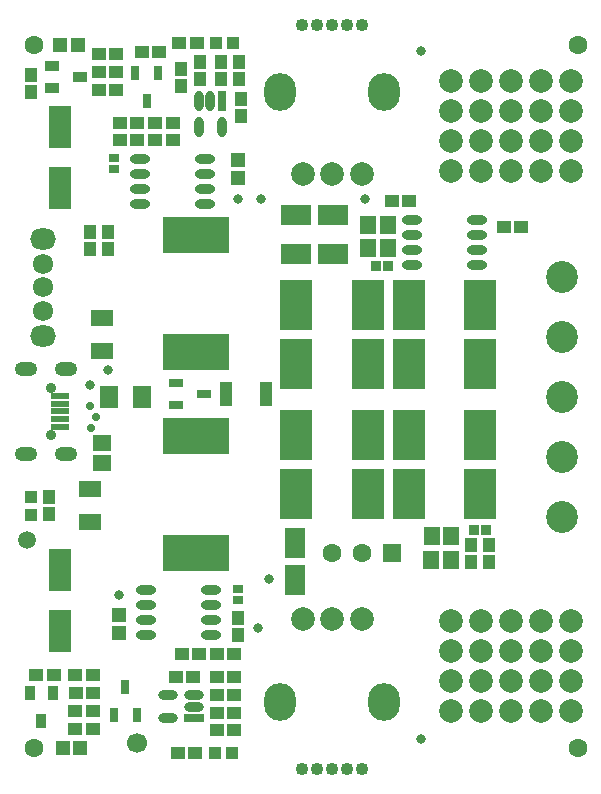
<source format=gts>
G04*
G04 #@! TF.GenerationSoftware,Altium Limited,Altium Designer,21.9.2 (33)*
G04*
G04 Layer_Color=8388736*
%FSLAX25Y25*%
%MOIN*%
G70*
G04*
G04 #@! TF.SameCoordinates,35660DA9-C4E3-4063-8D90-980638CF2194*
G04*
G04*
G04 #@! TF.FilePolarity,Negative*
G04*
G01*
G75*
%ADD16R,0.06299X0.02362*%
%ADD17R,0.05906X0.07284*%
%ADD18R,0.04528X0.04331*%
%ADD19R,0.04331X0.04528*%
G04:AMPARAMS|DCode=20|XSize=67.14mil|YSize=30.4mil|CornerRadius=15.2mil|HoleSize=0mil|Usage=FLASHONLY|Rotation=180.000|XOffset=0mil|YOffset=0mil|HoleType=Round|Shape=RoundedRectangle|*
%AMROUNDEDRECTD20*
21,1,0.06714,0.00000,0,0,180.0*
21,1,0.03674,0.03040,0,0,180.0*
1,1,0.03040,-0.01837,0.00000*
1,1,0.03040,0.01837,0.00000*
1,1,0.03040,0.01837,0.00000*
1,1,0.03040,-0.01837,0.00000*
%
%ADD20ROUNDEDRECTD20*%
%ADD21R,0.06714X0.03040*%
G04:AMPARAMS|DCode=22|XSize=67.14mil|YSize=30.4mil|CornerRadius=15.2mil|HoleSize=0mil|Usage=FLASHONLY|Rotation=270.000|XOffset=0mil|YOffset=0mil|HoleType=Round|Shape=RoundedRectangle|*
%AMROUNDEDRECTD22*
21,1,0.06714,0.00000,0,0,270.0*
21,1,0.03674,0.03040,0,0,270.0*
1,1,0.03040,0.00000,-0.01837*
1,1,0.03040,0.00000,0.01837*
1,1,0.03040,0.00000,0.01837*
1,1,0.03040,0.00000,-0.01837*
%
%ADD22ROUNDEDRECTD22*%
%ADD23R,0.03040X0.06714*%
%ADD24R,0.03937X0.03937*%
%ADD25R,0.03937X0.03937*%
%ADD26R,0.22047X0.12205*%
%ADD27O,0.06772X0.03150*%
%ADD28R,0.07284X0.14370*%
%ADD29R,0.03347X0.04724*%
%ADD30R,0.10827X0.16535*%
%ADD31R,0.04724X0.04528*%
%ADD32R,0.04724X0.03347*%
%ADD33R,0.03150X0.04528*%
%ADD34R,0.04016X0.07992*%
%ADD35C,0.03150*%
%ADD36R,0.03228X0.03228*%
%ADD37R,0.05709X0.06299*%
%ADD38R,0.05512X0.06299*%
%ADD39R,0.07480X0.05315*%
%ADD40R,0.04528X0.03150*%
%ADD41R,0.04528X0.04724*%
%ADD42R,0.03228X0.03032*%
%ADD43R,0.06299X0.05512*%
%ADD44R,0.10236X0.06890*%
%ADD45R,0.06890X0.10236*%
%ADD46C,0.02756*%
G04:AMPARAMS|DCode=47|XSize=62.99mil|YSize=62.99mil|CornerRadius=5.87mil|HoleSize=0mil|Usage=FLASHONLY|Rotation=270.000|XOffset=0mil|YOffset=0mil|HoleType=Round|Shape=RoundedRectangle|*
%AMROUNDEDRECTD47*
21,1,0.06299,0.05126,0,0,270.0*
21,1,0.05126,0.06299,0,0,270.0*
1,1,0.01173,-0.02563,-0.02563*
1,1,0.01173,-0.02563,0.02563*
1,1,0.01173,0.02563,0.02563*
1,1,0.01173,0.02563,-0.02563*
%
%ADD47ROUNDEDRECTD47*%
%ADD48C,0.06299*%
%ADD49O,0.08661X0.07087*%
%ADD50C,0.06787*%
%ADD51C,0.03543*%
%ADD52O,0.07480X0.04724*%
%ADD53C,0.04265*%
%ADD54C,0.07874*%
%ADD55O,0.10630X0.12598*%
%ADD56C,0.07874*%
%ADD57C,0.06284*%
%ADD58C,0.05890*%
%ADD59C,0.10630*%
%ADD60C,0.06693*%
D16*
X51181Y144882D02*
D03*
Y142323D02*
D03*
Y139764D02*
D03*
Y137205D02*
D03*
Y134646D02*
D03*
D17*
X67421Y144685D02*
D03*
X78248D02*
D03*
D18*
X56201Y51968D02*
D03*
X61910D02*
D03*
X43209D02*
D03*
X48917D02*
D03*
X64075Y247047D02*
D03*
X69784D02*
D03*
X109153Y33465D02*
D03*
X103445D02*
D03*
X95374Y51181D02*
D03*
X89665D02*
D03*
X78248Y259449D02*
D03*
X83957D02*
D03*
X109153Y39370D02*
D03*
X103445D02*
D03*
Y45276D02*
D03*
X109153D02*
D03*
X103445Y51181D02*
D03*
X109153D02*
D03*
X91634Y59055D02*
D03*
X97342D02*
D03*
X56299Y45866D02*
D03*
X62008D02*
D03*
X103445Y59055D02*
D03*
X109153D02*
D03*
X90453Y25787D02*
D03*
X96161D02*
D03*
X61910Y33858D02*
D03*
X56201D02*
D03*
X76772Y236024D02*
D03*
X71063D02*
D03*
X76772Y230118D02*
D03*
X71063D02*
D03*
X88583Y236024D02*
D03*
X82874D02*
D03*
X199114Y201181D02*
D03*
X204823D02*
D03*
X69784Y252953D02*
D03*
X64075D02*
D03*
X96555Y262598D02*
D03*
X90847D02*
D03*
X88583Y230118D02*
D03*
X82874D02*
D03*
X167323Y209921D02*
D03*
X161614D02*
D03*
X56201Y39764D02*
D03*
X61910D02*
D03*
X69784Y258858D02*
D03*
X64075D02*
D03*
D19*
X41535Y246358D02*
D03*
Y252067D02*
D03*
X193898Y95374D02*
D03*
Y89665D02*
D03*
X91339Y254035D02*
D03*
Y248327D02*
D03*
X110630Y256398D02*
D03*
Y250689D02*
D03*
X104724D02*
D03*
Y256398D02*
D03*
X111221Y243799D02*
D03*
Y238090D02*
D03*
X97638Y250689D02*
D03*
Y256398D02*
D03*
X188189Y89665D02*
D03*
Y95374D02*
D03*
X66929Y193996D02*
D03*
Y199705D02*
D03*
X110236Y65256D02*
D03*
Y70965D02*
D03*
X61024Y199705D02*
D03*
Y193996D02*
D03*
X47244Y111122D02*
D03*
Y105413D02*
D03*
D20*
X87203Y37598D02*
D03*
Y45079D02*
D03*
X95868D02*
D03*
Y41339D02*
D03*
D21*
Y37598D02*
D03*
D22*
X104921Y234644D02*
D03*
X97441D02*
D03*
Y243309D02*
D03*
X101181D02*
D03*
D23*
X104921D02*
D03*
D24*
X41339Y111221D02*
D03*
Y105315D02*
D03*
D25*
X108858Y262598D02*
D03*
X102953D02*
D03*
X108465Y25787D02*
D03*
X102559D02*
D03*
D26*
X96457Y159646D02*
D03*
Y198622D02*
D03*
Y92716D02*
D03*
Y131693D02*
D03*
D27*
X77756Y224035D02*
D03*
Y219035D02*
D03*
Y214035D02*
D03*
Y209035D02*
D03*
X99410Y224035D02*
D03*
Y219035D02*
D03*
Y214035D02*
D03*
Y209035D02*
D03*
X101378Y65335D02*
D03*
Y70335D02*
D03*
Y75335D02*
D03*
Y80335D02*
D03*
X79724Y65335D02*
D03*
Y70335D02*
D03*
Y75335D02*
D03*
Y80335D02*
D03*
X168307Y203563D02*
D03*
Y198563D02*
D03*
Y193563D02*
D03*
Y188563D02*
D03*
X189961Y203563D02*
D03*
Y198563D02*
D03*
Y193563D02*
D03*
Y188563D02*
D03*
D28*
X51181Y87008D02*
D03*
Y66535D02*
D03*
Y214173D02*
D03*
Y234646D02*
D03*
D29*
X41142Y46063D02*
D03*
X44882Y36614D02*
D03*
X48622Y46063D02*
D03*
D30*
X191043Y112205D02*
D03*
X167224D02*
D03*
X129823Y155512D02*
D03*
X153642D02*
D03*
Y175197D02*
D03*
X129823D02*
D03*
X191043Y175197D02*
D03*
X167224D02*
D03*
Y155512D02*
D03*
X191043D02*
D03*
X191043Y131890D02*
D03*
X167224D02*
D03*
X153642Y131890D02*
D03*
X129823D02*
D03*
Y112205D02*
D03*
X153642D02*
D03*
D31*
X57087Y261811D02*
D03*
X51181D02*
D03*
X57874Y27559D02*
D03*
X51968D02*
D03*
D32*
X48425Y254921D02*
D03*
X57874Y251181D02*
D03*
X48425Y247441D02*
D03*
D33*
X72835Y47933D02*
D03*
X76575Y38681D02*
D03*
X69095D02*
D03*
X83661Y252658D02*
D03*
X76181D02*
D03*
X79921Y243406D02*
D03*
D34*
X119665Y145669D02*
D03*
X106319D02*
D03*
D35*
X116929Y67716D02*
D03*
X120866Y83858D02*
D03*
X171260Y259842D02*
D03*
X70866Y78740D02*
D03*
X66929Y153543D02*
D03*
X61024Y148622D02*
D03*
X118110Y210630D02*
D03*
X152559D02*
D03*
X110236D02*
D03*
X171260Y30432D02*
D03*
D36*
X192953Y100394D02*
D03*
X188937D02*
D03*
X156260Y188189D02*
D03*
X160276D02*
D03*
D37*
X181398Y98228D02*
D03*
X174902D02*
D03*
X153839Y201969D02*
D03*
X160335D02*
D03*
D38*
X181496Y90354D02*
D03*
X174803D02*
D03*
X160433Y194095D02*
D03*
X153740D02*
D03*
D39*
X61024Y102756D02*
D03*
Y113779D02*
D03*
X64961Y170866D02*
D03*
Y159843D02*
D03*
D40*
X89862Y149409D02*
D03*
Y141929D02*
D03*
X99114Y145669D02*
D03*
D41*
X70866Y65945D02*
D03*
Y71850D02*
D03*
X110236Y223425D02*
D03*
Y217520D02*
D03*
D42*
Y80650D02*
D03*
Y76831D02*
D03*
X68898Y224350D02*
D03*
Y220532D02*
D03*
D43*
X64961Y129331D02*
D03*
Y122638D02*
D03*
D44*
X129724Y192126D02*
D03*
X141929D02*
D03*
Y205118D02*
D03*
X129724D02*
D03*
D45*
X129528Y83661D02*
D03*
Y95866D02*
D03*
D46*
X61417Y134252D02*
D03*
X62992Y137795D02*
D03*
X61024Y141732D02*
D03*
D47*
X161575Y92520D02*
D03*
D48*
X141575D02*
D03*
X151575D02*
D03*
D49*
X45276Y197244D02*
D03*
Y164961D02*
D03*
D50*
Y173228D02*
D03*
Y181102D02*
D03*
Y188976D02*
D03*
D51*
X47933Y147638D02*
D03*
Y131890D02*
D03*
D52*
X53149Y125689D02*
D03*
Y153839D02*
D03*
X39567D02*
D03*
Y125689D02*
D03*
D53*
X131732Y268685D02*
D03*
X136732D02*
D03*
X141732D02*
D03*
X146732D02*
D03*
X151732D02*
D03*
Y20685D02*
D03*
X146732D02*
D03*
X141732D02*
D03*
X136732D02*
D03*
X131732D02*
D03*
D54*
X191496Y69764D02*
D03*
Y59764D02*
D03*
X201496D02*
D03*
Y69764D02*
D03*
X211496D02*
D03*
Y59764D02*
D03*
X221496Y69764D02*
D03*
Y59764D02*
D03*
X181496Y69764D02*
D03*
Y59764D02*
D03*
X211496Y219764D02*
D03*
Y229764D02*
D03*
X201496D02*
D03*
Y219764D02*
D03*
X191496D02*
D03*
Y229764D02*
D03*
X181496Y219764D02*
D03*
Y229764D02*
D03*
X221496Y219764D02*
D03*
Y229764D02*
D03*
X191496Y49764D02*
D03*
Y39764D02*
D03*
X201496D02*
D03*
Y49764D02*
D03*
X211496D02*
D03*
Y39764D02*
D03*
X221496Y49764D02*
D03*
Y39764D02*
D03*
X181496Y49764D02*
D03*
Y39764D02*
D03*
X211496Y239764D02*
D03*
Y249764D02*
D03*
X201496D02*
D03*
Y239764D02*
D03*
X191496D02*
D03*
Y249764D02*
D03*
X181496Y239764D02*
D03*
Y249764D02*
D03*
X221496Y239764D02*
D03*
Y249764D02*
D03*
D55*
X124409Y43024D02*
D03*
X159055Y42965D02*
D03*
X159055Y246346D02*
D03*
X124409Y246406D02*
D03*
D56*
X131890Y70524D02*
D03*
X141732D02*
D03*
X151575D02*
D03*
X151575Y218847D02*
D03*
X141732D02*
D03*
X131890D02*
D03*
D57*
X42520Y261811D02*
D03*
X42520Y27559D02*
D03*
X223622Y27559D02*
D03*
Y261811D02*
D03*
D58*
X40157Y96850D02*
D03*
D59*
X218504Y164685D02*
D03*
Y144685D02*
D03*
Y124685D02*
D03*
Y184685D02*
D03*
Y104685D02*
D03*
D60*
X76772Y29134D02*
D03*
M02*

</source>
